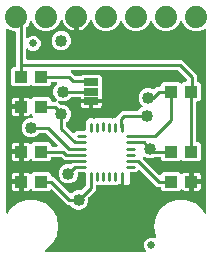
<source format=gbr>
G04 EAGLE Gerber RS-274X export*
G75*
%MOMM*%
%FSLAX34Y34*%
%LPD*%
%INTop Copper*%
%IPPOS*%
%AMOC8*
5,1,8,0,0,1.08239X$1,22.5*%
G01*
%ADD10R,1.100000X1.000000*%
%ADD11C,1.879600*%
%ADD12R,1.270000X0.635000*%
%ADD13C,0.279400*%
%ADD14C,0.635000*%
%ADD15C,0.254000*%
%ADD16C,1.016000*%

G36*
X121872Y4069D02*
X121872Y4069D01*
X121901Y4066D01*
X122012Y4089D01*
X122124Y4105D01*
X122151Y4117D01*
X122180Y4122D01*
X122280Y4175D01*
X122383Y4221D01*
X122406Y4240D01*
X122432Y4253D01*
X122514Y4331D01*
X122600Y4404D01*
X122617Y4429D01*
X122638Y4449D01*
X122695Y4547D01*
X122758Y4641D01*
X122767Y4669D01*
X122782Y4694D01*
X122810Y4804D01*
X122844Y4912D01*
X122845Y4942D01*
X122852Y4970D01*
X122848Y5083D01*
X122851Y5196D01*
X122844Y5225D01*
X122843Y5254D01*
X122808Y5362D01*
X122779Y5471D01*
X122764Y5497D01*
X122755Y5525D01*
X122710Y5589D01*
X122634Y5716D01*
X122588Y5759D01*
X122560Y5798D01*
X121978Y6381D01*
X121030Y8668D01*
X121030Y11144D01*
X121978Y13432D01*
X123728Y15182D01*
X126016Y16130D01*
X128492Y16130D01*
X129877Y15556D01*
X129970Y15532D01*
X130060Y15500D01*
X130107Y15497D01*
X130152Y15485D01*
X130248Y15488D01*
X130343Y15482D01*
X130389Y15492D01*
X130437Y15493D01*
X130527Y15522D01*
X130621Y15543D01*
X130662Y15565D01*
X130707Y15580D01*
X130787Y15633D01*
X130871Y15679D01*
X130904Y15712D01*
X130943Y15738D01*
X131005Y15811D01*
X131073Y15878D01*
X131096Y15920D01*
X131126Y15956D01*
X131165Y16043D01*
X131212Y16126D01*
X131223Y16172D01*
X131242Y16215D01*
X131255Y16310D01*
X131277Y16403D01*
X131274Y16450D01*
X131281Y16497D01*
X131267Y16592D01*
X131262Y16687D01*
X131248Y16726D01*
X131240Y16778D01*
X131171Y16932D01*
X131145Y17002D01*
X130829Y17549D01*
X129445Y25400D01*
X130829Y33251D01*
X134815Y40155D01*
X140922Y45280D01*
X148414Y48007D01*
X156386Y48007D01*
X163878Y45280D01*
X169985Y40156D01*
X171841Y36941D01*
X171853Y36926D01*
X171861Y36908D01*
X171940Y36814D01*
X172016Y36717D01*
X172032Y36706D01*
X172045Y36691D01*
X172147Y36622D01*
X172246Y36551D01*
X172265Y36544D01*
X172281Y36533D01*
X172399Y36496D01*
X172514Y36454D01*
X172534Y36453D01*
X172552Y36447D01*
X172675Y36444D01*
X172798Y36436D01*
X172817Y36441D01*
X172836Y36440D01*
X172955Y36471D01*
X173075Y36498D01*
X173093Y36507D01*
X173111Y36512D01*
X173217Y36574D01*
X173325Y36633D01*
X173339Y36647D01*
X173356Y36657D01*
X173440Y36747D01*
X173527Y36833D01*
X173537Y36850D01*
X173550Y36864D01*
X173606Y36974D01*
X173666Y37081D01*
X173671Y37100D01*
X173680Y37118D01*
X173692Y37190D01*
X173731Y37358D01*
X173729Y37409D01*
X173735Y37449D01*
X173735Y191785D01*
X173719Y191899D01*
X173709Y192013D01*
X173699Y192039D01*
X173695Y192067D01*
X173648Y192172D01*
X173607Y192279D01*
X173591Y192301D01*
X173579Y192326D01*
X173505Y192414D01*
X173436Y192505D01*
X173413Y192522D01*
X173396Y192543D01*
X173300Y192607D01*
X173208Y192676D01*
X173182Y192685D01*
X173159Y192701D01*
X173049Y192735D01*
X172942Y192776D01*
X172914Y192778D01*
X172888Y192786D01*
X172773Y192789D01*
X172659Y192799D01*
X172634Y192793D01*
X172604Y192794D01*
X172347Y192727D01*
X172331Y192723D01*
X167576Y190753D01*
X162624Y190753D01*
X158049Y192648D01*
X154548Y196149D01*
X153338Y199071D01*
X153323Y199096D01*
X153314Y199124D01*
X153251Y199219D01*
X153193Y199316D01*
X153172Y199336D01*
X153156Y199361D01*
X153069Y199434D01*
X152987Y199511D01*
X152961Y199525D01*
X152938Y199544D01*
X152835Y199590D01*
X152734Y199641D01*
X152705Y199647D01*
X152678Y199659D01*
X152566Y199675D01*
X152455Y199696D01*
X152426Y199694D01*
X152397Y199698D01*
X152285Y199682D01*
X152172Y199672D01*
X152145Y199661D01*
X152115Y199657D01*
X152012Y199611D01*
X151907Y199570D01*
X151883Y199552D01*
X151856Y199540D01*
X151770Y199467D01*
X151680Y199398D01*
X151662Y199375D01*
X151640Y199356D01*
X151598Y199289D01*
X151510Y199171D01*
X151488Y199112D01*
X151462Y199071D01*
X150252Y196149D01*
X146751Y192648D01*
X142176Y190753D01*
X137224Y190753D01*
X132649Y192648D01*
X129148Y196149D01*
X127938Y199071D01*
X127923Y199096D01*
X127914Y199124D01*
X127851Y199219D01*
X127793Y199316D01*
X127772Y199336D01*
X127756Y199361D01*
X127669Y199434D01*
X127587Y199511D01*
X127561Y199525D01*
X127538Y199544D01*
X127435Y199590D01*
X127334Y199641D01*
X127305Y199647D01*
X127278Y199659D01*
X127166Y199675D01*
X127055Y199696D01*
X127026Y199694D01*
X126997Y199698D01*
X126885Y199682D01*
X126772Y199672D01*
X126745Y199661D01*
X126715Y199657D01*
X126612Y199611D01*
X126507Y199570D01*
X126483Y199552D01*
X126456Y199540D01*
X126370Y199467D01*
X126280Y199398D01*
X126262Y199375D01*
X126240Y199356D01*
X126198Y199289D01*
X126110Y199171D01*
X126088Y199112D01*
X126062Y199071D01*
X124852Y196149D01*
X121351Y192648D01*
X116776Y190753D01*
X111824Y190753D01*
X107249Y192648D01*
X103748Y196149D01*
X102538Y199071D01*
X102523Y199096D01*
X102514Y199124D01*
X102451Y199219D01*
X102393Y199316D01*
X102372Y199336D01*
X102356Y199361D01*
X102269Y199434D01*
X102187Y199511D01*
X102161Y199525D01*
X102138Y199544D01*
X102035Y199590D01*
X101934Y199641D01*
X101905Y199647D01*
X101878Y199659D01*
X101766Y199675D01*
X101655Y199696D01*
X101626Y199694D01*
X101597Y199698D01*
X101485Y199682D01*
X101372Y199672D01*
X101345Y199661D01*
X101315Y199657D01*
X101212Y199611D01*
X101107Y199570D01*
X101083Y199552D01*
X101056Y199540D01*
X100970Y199467D01*
X100880Y199398D01*
X100862Y199375D01*
X100840Y199356D01*
X100798Y199289D01*
X100710Y199171D01*
X100688Y199112D01*
X100662Y199071D01*
X99452Y196149D01*
X95951Y192648D01*
X91376Y190753D01*
X86424Y190753D01*
X81849Y192648D01*
X78348Y196149D01*
X76831Y199811D01*
X76796Y199871D01*
X76770Y199935D01*
X76724Y199993D01*
X76687Y200056D01*
X76637Y200104D01*
X76594Y200158D01*
X76534Y200201D01*
X76480Y200251D01*
X76419Y200283D01*
X76362Y200323D01*
X76293Y200348D01*
X76227Y200382D01*
X76160Y200395D01*
X76094Y200418D01*
X76021Y200422D01*
X75948Y200437D01*
X75880Y200431D01*
X75811Y200435D01*
X75739Y200419D01*
X75665Y200412D01*
X75601Y200387D01*
X75533Y200372D01*
X75469Y200337D01*
X75400Y200310D01*
X75345Y200269D01*
X75284Y200235D01*
X75232Y200183D01*
X75173Y200139D01*
X75132Y200083D01*
X75083Y200034D01*
X75054Y199979D01*
X75003Y199911D01*
X74962Y199803D01*
X74928Y199737D01*
X74564Y198617D01*
X73711Y196943D01*
X72606Y195422D01*
X71278Y194094D01*
X69757Y192989D01*
X68083Y192136D01*
X66296Y191555D01*
X65531Y191434D01*
X65531Y202184D01*
X65523Y202242D01*
X65525Y202300D01*
X65503Y202382D01*
X65491Y202465D01*
X65467Y202519D01*
X65453Y202575D01*
X65410Y202648D01*
X65375Y202725D01*
X65337Y202769D01*
X65307Y202820D01*
X65246Y202877D01*
X65191Y202942D01*
X65143Y202974D01*
X65100Y203014D01*
X65025Y203053D01*
X64955Y203099D01*
X64899Y203117D01*
X64847Y203144D01*
X64779Y203155D01*
X64684Y203185D01*
X64584Y203188D01*
X64516Y203199D01*
X62484Y203199D01*
X62426Y203191D01*
X62368Y203192D01*
X62286Y203171D01*
X62203Y203159D01*
X62149Y203135D01*
X62093Y203121D01*
X62020Y203078D01*
X61943Y203043D01*
X61898Y203005D01*
X61848Y202975D01*
X61790Y202914D01*
X61726Y202859D01*
X61694Y202811D01*
X61654Y202768D01*
X61615Y202693D01*
X61569Y202623D01*
X61551Y202567D01*
X61524Y202515D01*
X61513Y202447D01*
X61483Y202352D01*
X61480Y202252D01*
X61469Y202184D01*
X61469Y191434D01*
X60704Y191555D01*
X58917Y192136D01*
X57243Y192989D01*
X55722Y194094D01*
X54394Y195422D01*
X53289Y196943D01*
X52436Y198617D01*
X52072Y199737D01*
X52042Y199799D01*
X52021Y199865D01*
X51980Y199926D01*
X51947Y199992D01*
X51901Y200043D01*
X51862Y200101D01*
X51806Y200148D01*
X51757Y200203D01*
X51698Y200239D01*
X51645Y200284D01*
X51578Y200314D01*
X51515Y200353D01*
X51448Y200371D01*
X51385Y200399D01*
X51312Y200409D01*
X51241Y200429D01*
X51172Y200429D01*
X51103Y200438D01*
X51031Y200428D01*
X50957Y200427D01*
X50890Y200407D01*
X50822Y200398D01*
X50755Y200367D01*
X50684Y200346D01*
X50626Y200309D01*
X50563Y200280D01*
X50507Y200233D01*
X50445Y200193D01*
X50399Y200141D01*
X50347Y200096D01*
X50314Y200043D01*
X50257Y199979D01*
X50208Y199875D01*
X50169Y199811D01*
X48652Y196149D01*
X45151Y192648D01*
X40576Y190753D01*
X35624Y190753D01*
X31049Y192648D01*
X27548Y196149D01*
X26338Y199071D01*
X26323Y199096D01*
X26314Y199124D01*
X26251Y199219D01*
X26193Y199316D01*
X26172Y199336D01*
X26156Y199361D01*
X26069Y199434D01*
X25987Y199511D01*
X25961Y199525D01*
X25938Y199544D01*
X25835Y199590D01*
X25734Y199641D01*
X25705Y199647D01*
X25678Y199659D01*
X25566Y199675D01*
X25455Y199696D01*
X25426Y199694D01*
X25397Y199698D01*
X25285Y199682D01*
X25172Y199672D01*
X25145Y199661D01*
X25115Y199657D01*
X25012Y199611D01*
X24907Y199570D01*
X24883Y199552D01*
X24856Y199540D01*
X24770Y199467D01*
X24680Y199398D01*
X24662Y199375D01*
X24640Y199356D01*
X24598Y199289D01*
X24510Y199171D01*
X24488Y199112D01*
X24462Y199071D01*
X23252Y196149D01*
X21516Y194414D01*
X21464Y194344D01*
X21404Y194280D01*
X21378Y194231D01*
X21345Y194187D01*
X21314Y194105D01*
X21274Y194027D01*
X21266Y193979D01*
X21244Y193921D01*
X21232Y193773D01*
X21219Y193696D01*
X21219Y185887D01*
X21223Y185858D01*
X21220Y185829D01*
X21243Y185718D01*
X21259Y185606D01*
X21271Y185579D01*
X21276Y185550D01*
X21329Y185450D01*
X21375Y185347D01*
X21394Y185324D01*
X21407Y185298D01*
X21485Y185216D01*
X21558Y185130D01*
X21583Y185113D01*
X21603Y185092D01*
X21701Y185035D01*
X21795Y184972D01*
X21823Y184963D01*
X21848Y184948D01*
X21958Y184920D01*
X22066Y184886D01*
X22096Y184885D01*
X22124Y184878D01*
X22237Y184882D01*
X22350Y184879D01*
X22379Y184886D01*
X22408Y184887D01*
X22516Y184922D01*
X22625Y184951D01*
X22651Y184966D01*
X22679Y184975D01*
X22743Y185020D01*
X22870Y185096D01*
X22913Y185142D01*
X22952Y185170D01*
X23653Y185870D01*
X25940Y186818D01*
X28416Y186818D01*
X30704Y185870D01*
X32454Y184120D01*
X33402Y181832D01*
X33402Y179356D01*
X32454Y177068D01*
X30704Y175318D01*
X28416Y174370D01*
X25940Y174370D01*
X23653Y175318D01*
X22952Y176018D01*
X22928Y176036D01*
X22909Y176058D01*
X22815Y176121D01*
X22725Y176189D01*
X22697Y176200D01*
X22673Y176216D01*
X22565Y176250D01*
X22459Y176291D01*
X22430Y176293D01*
X22402Y176302D01*
X22288Y176305D01*
X22176Y176314D01*
X22147Y176308D01*
X22118Y176309D01*
X22008Y176281D01*
X21897Y176258D01*
X21871Y176245D01*
X21843Y176237D01*
X21745Y176180D01*
X21645Y176127D01*
X21623Y176107D01*
X21598Y176092D01*
X21521Y176009D01*
X21439Y175931D01*
X21424Y175906D01*
X21404Y175885D01*
X21352Y175784D01*
X21295Y175686D01*
X21288Y175658D01*
X21274Y175632D01*
X21261Y175554D01*
X21225Y175411D01*
X21227Y175348D01*
X21219Y175301D01*
X21219Y167894D01*
X21227Y167836D01*
X21225Y167778D01*
X21247Y167696D01*
X21259Y167612D01*
X21282Y167559D01*
X21297Y167503D01*
X21340Y167430D01*
X21375Y167353D01*
X21413Y167308D01*
X21442Y167258D01*
X21504Y167200D01*
X21558Y167136D01*
X21607Y167104D01*
X21650Y167064D01*
X21725Y167025D01*
X21795Y166978D01*
X21851Y166961D01*
X21903Y166934D01*
X21971Y166923D01*
X22066Y166893D01*
X22166Y166890D01*
X22234Y166879D01*
X152919Y166879D01*
X155746Y164052D01*
X162782Y157016D01*
X165609Y154189D01*
X165609Y148764D01*
X165617Y148706D01*
X165615Y148648D01*
X165637Y148566D01*
X165649Y148482D01*
X165672Y148429D01*
X165687Y148373D01*
X165730Y148300D01*
X165765Y148223D01*
X165803Y148178D01*
X165832Y148128D01*
X165894Y148070D01*
X165948Y148006D01*
X165997Y147974D01*
X166040Y147934D01*
X166115Y147895D01*
X166185Y147848D01*
X166241Y147831D01*
X166293Y147804D01*
X166361Y147793D01*
X166456Y147763D01*
X166556Y147760D01*
X166624Y147749D01*
X167663Y147749D01*
X169449Y145963D01*
X169449Y133437D01*
X167663Y131651D01*
X166234Y131651D01*
X166176Y131643D01*
X166118Y131645D01*
X166036Y131623D01*
X165952Y131611D01*
X165899Y131588D01*
X165843Y131573D01*
X165770Y131530D01*
X165693Y131495D01*
X165648Y131457D01*
X165598Y131428D01*
X165540Y131366D01*
X165476Y131312D01*
X165444Y131263D01*
X165404Y131220D01*
X165365Y131145D01*
X165318Y131075D01*
X165301Y131019D01*
X165274Y130967D01*
X165263Y130899D01*
X165233Y130804D01*
X165230Y130704D01*
X165219Y130636D01*
X165219Y97964D01*
X165227Y97906D01*
X165225Y97848D01*
X165247Y97766D01*
X165259Y97682D01*
X165282Y97629D01*
X165297Y97573D01*
X165340Y97500D01*
X165375Y97423D01*
X165413Y97378D01*
X165442Y97328D01*
X165504Y97270D01*
X165558Y97206D01*
X165607Y97174D01*
X165650Y97134D01*
X165725Y97095D01*
X165795Y97048D01*
X165851Y97031D01*
X165903Y97004D01*
X165971Y96993D01*
X166066Y96963D01*
X166166Y96960D01*
X166234Y96949D01*
X167663Y96949D01*
X169449Y95163D01*
X169449Y82637D01*
X167663Y80851D01*
X154137Y80851D01*
X153118Y81871D01*
X153071Y81906D01*
X153031Y81948D01*
X152958Y81991D01*
X152891Y82041D01*
X152836Y82062D01*
X152786Y82092D01*
X152704Y82113D01*
X152625Y82143D01*
X152567Y82148D01*
X152510Y82162D01*
X152426Y82159D01*
X152342Y82166D01*
X152284Y82155D01*
X152226Y82153D01*
X152146Y82127D01*
X152063Y82110D01*
X152011Y82083D01*
X151955Y82065D01*
X151899Y82025D01*
X151811Y81979D01*
X151738Y81911D01*
X151682Y81871D01*
X150663Y80851D01*
X137137Y80851D01*
X135351Y82637D01*
X135351Y83566D01*
X135343Y83624D01*
X135345Y83682D01*
X135323Y83764D01*
X135311Y83848D01*
X135288Y83901D01*
X135273Y83957D01*
X135230Y84030D01*
X135195Y84107D01*
X135157Y84152D01*
X135128Y84202D01*
X135066Y84260D01*
X135012Y84324D01*
X134963Y84356D01*
X134920Y84396D01*
X134845Y84435D01*
X134775Y84482D01*
X134719Y84499D01*
X134667Y84526D01*
X134599Y84537D01*
X134504Y84567D01*
X134404Y84570D01*
X134336Y84581D01*
X130615Y84581D01*
X130584Y84577D01*
X130553Y84579D01*
X130477Y84562D01*
X130333Y84541D01*
X130275Y84515D01*
X130226Y84504D01*
X127347Y83311D01*
X124113Y83311D01*
X121203Y84517D01*
X121120Y84538D01*
X121040Y84569D01*
X120983Y84573D01*
X120928Y84587D01*
X120842Y84585D01*
X120757Y84592D01*
X120701Y84581D01*
X120644Y84579D01*
X120562Y84553D01*
X120478Y84536D01*
X120427Y84510D01*
X120373Y84493D01*
X120302Y84445D01*
X120225Y84405D01*
X120184Y84366D01*
X120137Y84334D01*
X120082Y84269D01*
X120019Y84209D01*
X119991Y84160D01*
X119954Y84117D01*
X119919Y84038D01*
X119876Y83964D01*
X119862Y83909D01*
X119838Y83857D01*
X119827Y83772D01*
X119806Y83689D01*
X119807Y83632D01*
X119800Y83575D01*
X119812Y83490D01*
X119815Y83405D01*
X119832Y83350D01*
X119840Y83294D01*
X119876Y83216D01*
X119902Y83134D01*
X119931Y83094D01*
X119957Y83035D01*
X120051Y82925D01*
X120097Y82861D01*
X133618Y69339D01*
X133642Y69322D01*
X133661Y69299D01*
X133755Y69237D01*
X133845Y69169D01*
X133873Y69158D01*
X133897Y69142D01*
X134005Y69108D01*
X134111Y69067D01*
X134140Y69065D01*
X134168Y69056D01*
X134282Y69053D01*
X134394Y69044D01*
X134423Y69050D01*
X134452Y69049D01*
X134562Y69077D01*
X134673Y69100D01*
X134699Y69113D01*
X134727Y69121D01*
X134825Y69178D01*
X134925Y69231D01*
X134947Y69251D01*
X134972Y69266D01*
X135049Y69348D01*
X135131Y69426D01*
X135146Y69452D01*
X135166Y69473D01*
X135218Y69574D01*
X135275Y69672D01*
X135280Y69692D01*
X137137Y71549D01*
X150663Y71549D01*
X152041Y70170D01*
X152088Y70135D01*
X152128Y70093D01*
X152201Y70050D01*
X152268Y69999D01*
X152323Y69978D01*
X152374Y69949D01*
X152455Y69928D01*
X152534Y69898D01*
X152593Y69893D01*
X152649Y69879D01*
X152733Y69882D01*
X152817Y69875D01*
X152875Y69886D01*
X152933Y69888D01*
X153013Y69914D01*
X153096Y69930D01*
X153148Y69957D01*
X153204Y69975D01*
X153260Y70015D01*
X153349Y70061D01*
X153421Y70130D01*
X153477Y70170D01*
X153840Y70533D01*
X154419Y70868D01*
X155066Y71041D01*
X158869Y71041D01*
X158869Y64516D01*
X158877Y64458D01*
X158875Y64400D01*
X158897Y64318D01*
X158909Y64235D01*
X158933Y64181D01*
X158947Y64125D01*
X158990Y64052D01*
X159025Y63975D01*
X159063Y63931D01*
X159093Y63880D01*
X159154Y63823D01*
X159209Y63758D01*
X159257Y63726D01*
X159300Y63686D01*
X159375Y63647D01*
X159445Y63601D01*
X159501Y63583D01*
X159553Y63556D01*
X159621Y63545D01*
X159716Y63515D01*
X159816Y63512D01*
X159884Y63501D01*
X160901Y63501D01*
X160901Y63499D01*
X159884Y63499D01*
X159826Y63491D01*
X159768Y63492D01*
X159686Y63471D01*
X159603Y63459D01*
X159549Y63435D01*
X159493Y63421D01*
X159420Y63378D01*
X159343Y63343D01*
X159298Y63305D01*
X159248Y63275D01*
X159190Y63214D01*
X159126Y63159D01*
X159094Y63111D01*
X159054Y63068D01*
X159015Y62993D01*
X158969Y62923D01*
X158951Y62867D01*
X158924Y62815D01*
X158913Y62747D01*
X158883Y62652D01*
X158880Y62552D01*
X158869Y62484D01*
X158869Y55959D01*
X155066Y55959D01*
X154419Y56132D01*
X153840Y56467D01*
X153477Y56830D01*
X153430Y56865D01*
X153390Y56907D01*
X153317Y56950D01*
X153250Y57001D01*
X153195Y57022D01*
X153145Y57051D01*
X153063Y57072D01*
X152984Y57102D01*
X152926Y57107D01*
X152869Y57121D01*
X152785Y57118D01*
X152701Y57125D01*
X152644Y57114D01*
X152585Y57112D01*
X152505Y57086D01*
X152422Y57070D01*
X152370Y57043D01*
X152315Y57025D01*
X152258Y56984D01*
X152170Y56939D01*
X152098Y56870D01*
X152041Y56830D01*
X150663Y55451D01*
X137137Y55451D01*
X135351Y57237D01*
X135351Y58166D01*
X135343Y58224D01*
X135345Y58282D01*
X135323Y58364D01*
X135311Y58448D01*
X135288Y58501D01*
X135273Y58557D01*
X135230Y58630D01*
X135195Y58707D01*
X135157Y58752D01*
X135128Y58802D01*
X135066Y58860D01*
X135012Y58924D01*
X134963Y58956D01*
X134920Y58996D01*
X134845Y59035D01*
X134775Y59082D01*
X134719Y59099D01*
X134667Y59126D01*
X134599Y59137D01*
X134504Y59167D01*
X134404Y59170D01*
X134336Y59181D01*
X131561Y59181D01*
X128734Y62008D01*
X117642Y73101D01*
X117595Y73136D01*
X117555Y73178D01*
X117482Y73221D01*
X117415Y73272D01*
X117360Y73292D01*
X117309Y73322D01*
X117228Y73343D01*
X117149Y73373D01*
X117090Y73378D01*
X117034Y73392D01*
X116950Y73389D01*
X116866Y73396D01*
X116808Y73385D01*
X116750Y73383D01*
X116669Y73357D01*
X116587Y73341D01*
X116535Y73314D01*
X116479Y73296D01*
X116423Y73255D01*
X116334Y73210D01*
X116262Y73141D01*
X116206Y73101D01*
X114551Y71446D01*
X109982Y71446D01*
X109924Y71438D01*
X109866Y71440D01*
X109784Y71418D01*
X109700Y71406D01*
X109647Y71383D01*
X109591Y71368D01*
X109518Y71325D01*
X109441Y71290D01*
X109396Y71252D01*
X109346Y71223D01*
X109288Y71161D01*
X109224Y71107D01*
X109192Y71058D01*
X109152Y71015D01*
X109113Y70940D01*
X109066Y70870D01*
X109049Y70814D01*
X109022Y70762D01*
X109011Y70694D01*
X108981Y70599D01*
X108978Y70499D01*
X108967Y70431D01*
X108967Y62745D01*
X107181Y60959D01*
X102094Y60959D01*
X102086Y60967D01*
X102036Y60993D01*
X101992Y61026D01*
X101911Y61057D01*
X101833Y61097D01*
X101785Y61105D01*
X101727Y61127D01*
X101579Y61139D01*
X101502Y61152D01*
X101390Y61152D01*
X100388Y61421D01*
X100355Y61440D01*
X100292Y61465D01*
X100233Y61500D01*
X100161Y61518D01*
X100092Y61546D01*
X100024Y61553D01*
X99958Y61570D01*
X99883Y61567D01*
X99809Y61575D01*
X99742Y61563D01*
X99673Y61561D01*
X99602Y61538D01*
X99529Y61524D01*
X99468Y61494D01*
X99403Y61473D01*
X99352Y61437D01*
X99274Y61398D01*
X99190Y61321D01*
X99130Y61278D01*
X98496Y60644D01*
X94812Y60644D01*
X94745Y60712D01*
X94698Y60747D01*
X94658Y60789D01*
X94585Y60832D01*
X94518Y60883D01*
X94463Y60904D01*
X94413Y60933D01*
X94331Y60954D01*
X94252Y60984D01*
X94194Y60989D01*
X94137Y61003D01*
X94053Y61001D01*
X93969Y61008D01*
X93911Y60996D01*
X93853Y60994D01*
X93773Y60968D01*
X93690Y60952D01*
X93638Y60925D01*
X93582Y60907D01*
X93526Y60867D01*
X93438Y60821D01*
X93365Y60752D01*
X93309Y60712D01*
X93241Y60644D01*
X89548Y60644D01*
X89531Y60662D01*
X89458Y60705D01*
X89391Y60756D01*
X89336Y60777D01*
X89286Y60806D01*
X89204Y60827D01*
X89125Y60857D01*
X89067Y60862D01*
X89010Y60876D01*
X88926Y60874D01*
X88842Y60881D01*
X88784Y60869D01*
X88726Y60867D01*
X88646Y60841D01*
X88563Y60825D01*
X88511Y60798D01*
X88455Y60780D01*
X88399Y60740D01*
X88311Y60694D01*
X88259Y60644D01*
X84558Y60644D01*
X84491Y60712D01*
X84444Y60747D01*
X84404Y60789D01*
X84331Y60832D01*
X84264Y60883D01*
X84209Y60904D01*
X84159Y60933D01*
X84077Y60954D01*
X83998Y60984D01*
X83940Y60989D01*
X83883Y61003D01*
X83799Y61001D01*
X83715Y61008D01*
X83657Y60996D01*
X83599Y60994D01*
X83519Y60968D01*
X83436Y60952D01*
X83384Y60925D01*
X83328Y60907D01*
X83272Y60867D01*
X83184Y60821D01*
X83111Y60752D01*
X83055Y60712D01*
X82987Y60644D01*
X81226Y60644D01*
X81168Y60636D01*
X81110Y60638D01*
X81028Y60616D01*
X80944Y60604D01*
X80891Y60581D01*
X80835Y60566D01*
X80762Y60523D01*
X80685Y60488D01*
X80640Y60450D01*
X80590Y60421D01*
X80532Y60359D01*
X80468Y60305D01*
X80436Y60256D01*
X80396Y60213D01*
X80357Y60138D01*
X80310Y60068D01*
X80293Y60012D01*
X80266Y59960D01*
X80255Y59892D01*
X80225Y59797D01*
X80222Y59697D01*
X80211Y59629D01*
X80211Y56577D01*
X73958Y50324D01*
X73906Y50255D01*
X73846Y50191D01*
X73820Y50141D01*
X73787Y50097D01*
X73756Y50016D01*
X73716Y49938D01*
X73708Y49890D01*
X73686Y49832D01*
X73674Y49684D01*
X73661Y49607D01*
X73661Y46389D01*
X72423Y43401D01*
X70137Y41115D01*
X67149Y39877D01*
X63915Y39877D01*
X60927Y41115D01*
X58604Y43439D01*
X58532Y43559D01*
X58531Y43560D01*
X58530Y43562D01*
X58428Y43657D01*
X58326Y43754D01*
X58324Y43755D01*
X58323Y43756D01*
X58198Y43820D01*
X58073Y43885D01*
X58071Y43885D01*
X58070Y43886D01*
X58055Y43888D01*
X57794Y43940D01*
X57763Y43937D01*
X57739Y43941D01*
X55869Y43941D01*
X53042Y46768D01*
X43229Y56582D01*
X43182Y56617D01*
X43142Y56659D01*
X43069Y56702D01*
X43002Y56752D01*
X42947Y56773D01*
X42897Y56803D01*
X42815Y56824D01*
X42736Y56854D01*
X42678Y56858D01*
X42621Y56873D01*
X42537Y56870D01*
X42453Y56877D01*
X42395Y56866D01*
X42337Y56864D01*
X42257Y56838D01*
X42174Y56821D01*
X42122Y56794D01*
X42066Y56776D01*
X42010Y56736D01*
X41922Y56690D01*
X41849Y56622D01*
X41793Y56582D01*
X40663Y55451D01*
X27137Y55451D01*
X25759Y56830D01*
X25712Y56865D01*
X25672Y56907D01*
X25599Y56950D01*
X25532Y57001D01*
X25477Y57022D01*
X25426Y57051D01*
X25345Y57072D01*
X25266Y57102D01*
X25207Y57107D01*
X25151Y57121D01*
X25067Y57118D01*
X24983Y57125D01*
X24925Y57114D01*
X24867Y57112D01*
X24787Y57086D01*
X24704Y57070D01*
X24652Y57043D01*
X24596Y57025D01*
X24540Y56985D01*
X24451Y56939D01*
X24379Y56870D01*
X24323Y56830D01*
X23960Y56467D01*
X23381Y56132D01*
X22734Y55959D01*
X18931Y55959D01*
X18931Y62484D01*
X18923Y62542D01*
X18924Y62600D01*
X18903Y62682D01*
X18891Y62765D01*
X18867Y62819D01*
X18853Y62875D01*
X18810Y62948D01*
X18775Y63025D01*
X18737Y63069D01*
X18707Y63120D01*
X18646Y63177D01*
X18591Y63242D01*
X18543Y63274D01*
X18500Y63314D01*
X18425Y63353D01*
X18355Y63399D01*
X18299Y63417D01*
X18247Y63444D01*
X18179Y63455D01*
X18084Y63485D01*
X17984Y63488D01*
X17916Y63499D01*
X16899Y63499D01*
X16899Y63501D01*
X17916Y63501D01*
X17974Y63509D01*
X18032Y63508D01*
X18114Y63529D01*
X18197Y63541D01*
X18251Y63565D01*
X18307Y63579D01*
X18380Y63622D01*
X18457Y63657D01*
X18501Y63695D01*
X18552Y63725D01*
X18609Y63786D01*
X18674Y63841D01*
X18706Y63889D01*
X18746Y63932D01*
X18785Y64007D01*
X18831Y64077D01*
X18849Y64133D01*
X18876Y64185D01*
X18887Y64253D01*
X18917Y64348D01*
X18920Y64448D01*
X18931Y64516D01*
X18931Y71041D01*
X22734Y71041D01*
X23381Y70868D01*
X23960Y70533D01*
X24323Y70170D01*
X24370Y70135D01*
X24410Y70093D01*
X24483Y70050D01*
X24550Y69999D01*
X24605Y69978D01*
X24655Y69949D01*
X24737Y69928D01*
X24816Y69898D01*
X24874Y69893D01*
X24931Y69879D01*
X25015Y69882D01*
X25099Y69875D01*
X25156Y69886D01*
X25215Y69888D01*
X25295Y69914D01*
X25378Y69930D01*
X25430Y69957D01*
X25485Y69975D01*
X25542Y70016D01*
X25630Y70061D01*
X25702Y70130D01*
X25759Y70170D01*
X27137Y71549D01*
X40663Y71549D01*
X42449Y69763D01*
X42449Y68834D01*
X42457Y68776D01*
X42455Y68718D01*
X42477Y68636D01*
X42489Y68552D01*
X42512Y68499D01*
X42527Y68443D01*
X42570Y68370D01*
X42605Y68293D01*
X42643Y68248D01*
X42672Y68198D01*
X42734Y68140D01*
X42788Y68076D01*
X42837Y68044D01*
X42880Y68004D01*
X42955Y67965D01*
X43025Y67918D01*
X43081Y67901D01*
X43133Y67874D01*
X43201Y67863D01*
X43296Y67833D01*
X43396Y67830D01*
X43464Y67819D01*
X44207Y67819D01*
X58310Y53716D01*
X58357Y53680D01*
X58397Y53638D01*
X58470Y53595D01*
X58537Y53545D01*
X58592Y53524D01*
X58642Y53494D01*
X58724Y53474D01*
X58803Y53443D01*
X58861Y53439D01*
X58918Y53424D01*
X59002Y53427D01*
X59086Y53420D01*
X59143Y53431D01*
X59202Y53433D01*
X59282Y53459D01*
X59365Y53476D01*
X59417Y53503D01*
X59472Y53521D01*
X59529Y53561D01*
X59617Y53607D01*
X59690Y53675D01*
X59746Y53716D01*
X60927Y54897D01*
X63915Y56135D01*
X67133Y56135D01*
X67219Y56147D01*
X67307Y56150D01*
X67359Y56167D01*
X67414Y56175D01*
X67494Y56210D01*
X67577Y56237D01*
X67616Y56265D01*
X67673Y56291D01*
X67787Y56387D01*
X67850Y56432D01*
X71276Y59858D01*
X71328Y59927D01*
X71388Y59991D01*
X71414Y60041D01*
X71447Y60085D01*
X71478Y60166D01*
X71518Y60244D01*
X71526Y60292D01*
X71548Y60350D01*
X71560Y60498D01*
X71573Y60575D01*
X71573Y62701D01*
X71561Y62788D01*
X71558Y62875D01*
X71541Y62928D01*
X71533Y62982D01*
X71498Y63062D01*
X71471Y63146D01*
X71446Y63180D01*
X71446Y70431D01*
X71438Y70489D01*
X71440Y70547D01*
X71418Y70629D01*
X71406Y70713D01*
X71383Y70766D01*
X71368Y70822D01*
X71325Y70895D01*
X71290Y70972D01*
X71252Y71017D01*
X71223Y71067D01*
X71161Y71125D01*
X71107Y71189D01*
X71058Y71221D01*
X71015Y71261D01*
X70940Y71300D01*
X70870Y71347D01*
X70814Y71364D01*
X70762Y71391D01*
X70694Y71402D01*
X70599Y71432D01*
X70499Y71435D01*
X70431Y71446D01*
X66040Y71446D01*
X65982Y71438D01*
X65924Y71440D01*
X65842Y71418D01*
X65758Y71406D01*
X65705Y71383D01*
X65649Y71368D01*
X65576Y71325D01*
X65499Y71290D01*
X65454Y71252D01*
X65404Y71223D01*
X65346Y71161D01*
X65282Y71107D01*
X65250Y71058D01*
X65210Y71015D01*
X65171Y70940D01*
X65124Y70870D01*
X65107Y70814D01*
X65080Y70762D01*
X65069Y70694D01*
X65039Y70599D01*
X65036Y70499D01*
X65025Y70431D01*
X65025Y68741D01*
X63787Y65753D01*
X61501Y63467D01*
X58513Y62229D01*
X55279Y62229D01*
X52291Y63467D01*
X50005Y65753D01*
X48767Y68741D01*
X48767Y71975D01*
X50005Y74963D01*
X52291Y77249D01*
X55279Y78487D01*
X58497Y78487D01*
X58583Y78499D01*
X58671Y78502D01*
X58723Y78519D01*
X58778Y78527D01*
X58858Y78562D01*
X58941Y78589D01*
X58980Y78617D01*
X59037Y78643D01*
X59151Y78739D01*
X59214Y78784D01*
X60739Y80308D01*
X60756Y80332D01*
X60779Y80351D01*
X60841Y80445D01*
X60909Y80535D01*
X60920Y80563D01*
X60936Y80587D01*
X60970Y80695D01*
X61011Y80801D01*
X61013Y80830D01*
X61022Y80858D01*
X61025Y80972D01*
X61034Y81084D01*
X61028Y81113D01*
X61029Y81142D01*
X61001Y81252D01*
X60978Y81363D01*
X60965Y81389D01*
X60957Y81417D01*
X60900Y81515D01*
X60847Y81615D01*
X60827Y81637D01*
X60812Y81662D01*
X60730Y81739D01*
X60652Y81821D01*
X60626Y81836D01*
X60605Y81856D01*
X60504Y81908D01*
X60406Y81965D01*
X60378Y81972D01*
X60352Y81986D01*
X60274Y81999D01*
X60131Y82035D01*
X60068Y82033D01*
X60021Y82041D01*
X53329Y82041D01*
X51086Y84284D01*
X51017Y84336D01*
X50953Y84396D01*
X50903Y84422D01*
X50859Y84455D01*
X50778Y84486D01*
X50700Y84526D01*
X50652Y84534D01*
X50594Y84556D01*
X50446Y84568D01*
X50369Y84581D01*
X43464Y84581D01*
X43406Y84573D01*
X43348Y84575D01*
X43266Y84553D01*
X43182Y84541D01*
X43129Y84518D01*
X43073Y84503D01*
X43000Y84460D01*
X42923Y84425D01*
X42878Y84387D01*
X42828Y84358D01*
X42770Y84296D01*
X42706Y84242D01*
X42674Y84193D01*
X42634Y84150D01*
X42595Y84075D01*
X42548Y84005D01*
X42531Y83949D01*
X42504Y83897D01*
X42493Y83829D01*
X42463Y83734D01*
X42460Y83634D01*
X42449Y83566D01*
X42449Y82637D01*
X40663Y80851D01*
X27137Y80851D01*
X25759Y82230D01*
X25712Y82265D01*
X25672Y82307D01*
X25599Y82350D01*
X25532Y82401D01*
X25477Y82422D01*
X25426Y82451D01*
X25345Y82472D01*
X25266Y82502D01*
X25207Y82507D01*
X25151Y82521D01*
X25067Y82518D01*
X24983Y82525D01*
X24925Y82514D01*
X24867Y82512D01*
X24787Y82486D01*
X24704Y82470D01*
X24652Y82443D01*
X24596Y82425D01*
X24540Y82385D01*
X24451Y82339D01*
X24379Y82270D01*
X24323Y82230D01*
X23960Y81867D01*
X23381Y81532D01*
X22734Y81359D01*
X18931Y81359D01*
X18931Y87884D01*
X18923Y87942D01*
X18924Y88000D01*
X18903Y88082D01*
X18891Y88165D01*
X18867Y88219D01*
X18853Y88275D01*
X18810Y88348D01*
X18775Y88425D01*
X18737Y88469D01*
X18707Y88520D01*
X18646Y88577D01*
X18591Y88642D01*
X18543Y88674D01*
X18500Y88714D01*
X18425Y88753D01*
X18355Y88799D01*
X18299Y88817D01*
X18247Y88844D01*
X18179Y88855D01*
X18084Y88885D01*
X17984Y88888D01*
X17916Y88899D01*
X16899Y88899D01*
X16899Y88901D01*
X17916Y88901D01*
X17974Y88909D01*
X18032Y88908D01*
X18114Y88929D01*
X18197Y88941D01*
X18251Y88965D01*
X18307Y88979D01*
X18380Y89022D01*
X18457Y89057D01*
X18501Y89095D01*
X18552Y89125D01*
X18609Y89186D01*
X18674Y89241D01*
X18706Y89289D01*
X18746Y89332D01*
X18785Y89407D01*
X18831Y89477D01*
X18849Y89533D01*
X18876Y89585D01*
X18887Y89653D01*
X18917Y89748D01*
X18920Y89848D01*
X18931Y89916D01*
X18931Y96441D01*
X22734Y96441D01*
X23381Y96268D01*
X23960Y95933D01*
X24323Y95570D01*
X24370Y95535D01*
X24410Y95493D01*
X24483Y95450D01*
X24550Y95399D01*
X24605Y95378D01*
X24655Y95349D01*
X24737Y95328D01*
X24816Y95298D01*
X24874Y95293D01*
X24931Y95279D01*
X25015Y95282D01*
X25099Y95275D01*
X25156Y95286D01*
X25215Y95288D01*
X25295Y95314D01*
X25378Y95330D01*
X25430Y95357D01*
X25485Y95375D01*
X25542Y95416D01*
X25630Y95461D01*
X25702Y95530D01*
X25759Y95570D01*
X27137Y96949D01*
X40663Y96949D01*
X42449Y95163D01*
X42449Y94234D01*
X42457Y94176D01*
X42455Y94118D01*
X42477Y94036D01*
X42489Y93952D01*
X42512Y93899D01*
X42527Y93843D01*
X42570Y93770D01*
X42605Y93693D01*
X42643Y93648D01*
X42672Y93598D01*
X42734Y93540D01*
X42788Y93476D01*
X42837Y93444D01*
X42880Y93404D01*
X42955Y93365D01*
X43025Y93318D01*
X43081Y93301D01*
X43133Y93274D01*
X43201Y93263D01*
X43296Y93233D01*
X43396Y93230D01*
X43464Y93219D01*
X46813Y93219D01*
X46842Y93223D01*
X46871Y93220D01*
X46982Y93243D01*
X47094Y93259D01*
X47121Y93271D01*
X47150Y93276D01*
X47250Y93328D01*
X47354Y93375D01*
X47376Y93394D01*
X47402Y93407D01*
X47484Y93485D01*
X47571Y93558D01*
X47587Y93583D01*
X47608Y93603D01*
X47665Y93701D01*
X47728Y93795D01*
X47737Y93823D01*
X47752Y93848D01*
X47780Y93958D01*
X47814Y94066D01*
X47815Y94096D01*
X47822Y94124D01*
X47818Y94237D01*
X47821Y94350D01*
X47814Y94379D01*
X47813Y94408D01*
X47778Y94516D01*
X47749Y94625D01*
X47734Y94651D01*
X47725Y94679D01*
X47680Y94742D01*
X47604Y94870D01*
X47559Y94913D01*
X47531Y94952D01*
X37878Y104604D01*
X37809Y104656D01*
X37745Y104716D01*
X37695Y104742D01*
X37651Y104775D01*
X37570Y104806D01*
X37492Y104846D01*
X37444Y104854D01*
X37386Y104876D01*
X37238Y104888D01*
X37161Y104901D01*
X32998Y104901D01*
X32911Y104889D01*
X32824Y104886D01*
X32771Y104869D01*
X32716Y104861D01*
X32636Y104826D01*
X32553Y104799D01*
X32514Y104771D01*
X32457Y104745D01*
X32343Y104649D01*
X32280Y104604D01*
X30005Y102329D01*
X27017Y101091D01*
X23783Y101091D01*
X20795Y102329D01*
X18509Y104615D01*
X17271Y107603D01*
X17271Y110837D01*
X18509Y113825D01*
X20795Y116111D01*
X23783Y117349D01*
X26289Y117349D01*
X26318Y117353D01*
X26347Y117350D01*
X26458Y117373D01*
X26570Y117389D01*
X26597Y117401D01*
X26626Y117406D01*
X26726Y117458D01*
X26830Y117505D01*
X26852Y117524D01*
X26878Y117537D01*
X26960Y117615D01*
X27047Y117688D01*
X27063Y117713D01*
X27084Y117733D01*
X27141Y117831D01*
X27204Y117925D01*
X27213Y117953D01*
X27228Y117978D01*
X27256Y118088D01*
X27290Y118196D01*
X27291Y118226D01*
X27298Y118254D01*
X27294Y118367D01*
X27297Y118480D01*
X27290Y118509D01*
X27289Y118538D01*
X27254Y118646D01*
X27225Y118755D01*
X27210Y118781D01*
X27201Y118809D01*
X27156Y118872D01*
X27080Y119000D01*
X27035Y119043D01*
X27007Y119082D01*
X25759Y120330D01*
X25712Y120365D01*
X25672Y120407D01*
X25599Y120450D01*
X25531Y120501D01*
X25477Y120521D01*
X25426Y120551D01*
X25345Y120572D01*
X25266Y120602D01*
X25207Y120607D01*
X25151Y120621D01*
X25067Y120618D01*
X24983Y120625D01*
X24925Y120614D01*
X24867Y120612D01*
X24787Y120586D01*
X24704Y120570D01*
X24652Y120543D01*
X24596Y120525D01*
X24540Y120485D01*
X24451Y120439D01*
X24379Y120370D01*
X24323Y120330D01*
X23960Y119967D01*
X23381Y119632D01*
X22734Y119459D01*
X18931Y119459D01*
X18931Y125984D01*
X18923Y126042D01*
X18924Y126100D01*
X18903Y126182D01*
X18891Y126265D01*
X18867Y126319D01*
X18853Y126375D01*
X18810Y126448D01*
X18775Y126525D01*
X18737Y126569D01*
X18707Y126620D01*
X18646Y126677D01*
X18591Y126742D01*
X18543Y126774D01*
X18500Y126814D01*
X18425Y126853D01*
X18355Y126899D01*
X18299Y126917D01*
X18247Y126944D01*
X18179Y126955D01*
X18084Y126985D01*
X17984Y126988D01*
X17916Y126999D01*
X16899Y126999D01*
X16899Y127001D01*
X17916Y127001D01*
X17974Y127009D01*
X18032Y127008D01*
X18114Y127029D01*
X18197Y127041D01*
X18251Y127065D01*
X18307Y127079D01*
X18380Y127122D01*
X18457Y127157D01*
X18501Y127195D01*
X18552Y127225D01*
X18609Y127286D01*
X18674Y127341D01*
X18706Y127389D01*
X18746Y127432D01*
X18785Y127507D01*
X18831Y127577D01*
X18849Y127633D01*
X18876Y127685D01*
X18887Y127753D01*
X18917Y127848D01*
X18920Y127948D01*
X18931Y128016D01*
X18931Y134541D01*
X22734Y134541D01*
X23381Y134368D01*
X23960Y134033D01*
X24323Y133670D01*
X24370Y133635D01*
X24410Y133593D01*
X24483Y133550D01*
X24550Y133499D01*
X24605Y133478D01*
X24655Y133449D01*
X24737Y133428D01*
X24816Y133398D01*
X24874Y133393D01*
X24931Y133379D01*
X25015Y133382D01*
X25099Y133375D01*
X25156Y133386D01*
X25215Y133388D01*
X25295Y133414D01*
X25378Y133430D01*
X25430Y133457D01*
X25485Y133475D01*
X25542Y133516D01*
X25630Y133561D01*
X25702Y133630D01*
X25759Y133670D01*
X27137Y135049D01*
X40663Y135049D01*
X42449Y133263D01*
X42449Y132334D01*
X42457Y132276D01*
X42455Y132218D01*
X42477Y132136D01*
X42489Y132052D01*
X42512Y131999D01*
X42527Y131943D01*
X42570Y131870D01*
X42605Y131793D01*
X42643Y131748D01*
X42672Y131698D01*
X42734Y131640D01*
X42788Y131576D01*
X42837Y131544D01*
X42880Y131504D01*
X42955Y131465D01*
X43025Y131418D01*
X43081Y131401D01*
X43133Y131374D01*
X43201Y131363D01*
X43296Y131333D01*
X43396Y131330D01*
X43464Y131319D01*
X46504Y131319D01*
X46534Y131323D01*
X46563Y131320D01*
X46674Y131343D01*
X46786Y131359D01*
X46813Y131371D01*
X46842Y131376D01*
X46942Y131429D01*
X47045Y131475D01*
X47068Y131494D01*
X47094Y131507D01*
X47176Y131585D01*
X47262Y131658D01*
X47279Y131683D01*
X47300Y131703D01*
X47357Y131801D01*
X47420Y131895D01*
X47429Y131923D01*
X47444Y131948D01*
X47471Y132058D01*
X47506Y132166D01*
X47507Y132196D01*
X47514Y132224D01*
X47510Y132337D01*
X47513Y132450D01*
X47506Y132479D01*
X47505Y132508D01*
X47470Y132616D01*
X47441Y132725D01*
X47426Y132751D01*
X47417Y132779D01*
X47372Y132842D01*
X47296Y132970D01*
X47250Y133013D01*
X47222Y133052D01*
X45179Y135095D01*
X43941Y138083D01*
X43941Y141317D01*
X45179Y144305D01*
X47222Y146348D01*
X47240Y146372D01*
X47262Y146391D01*
X47325Y146485D01*
X47393Y146575D01*
X47404Y146603D01*
X47420Y146627D01*
X47454Y146735D01*
X47494Y146841D01*
X47497Y146870D01*
X47506Y146898D01*
X47509Y147012D01*
X47518Y147124D01*
X47512Y147153D01*
X47513Y147182D01*
X47484Y147292D01*
X47462Y147403D01*
X47449Y147429D01*
X47441Y147457D01*
X47383Y147555D01*
X47331Y147655D01*
X47311Y147677D01*
X47296Y147702D01*
X47213Y147779D01*
X47135Y147861D01*
X47110Y147876D01*
X47089Y147896D01*
X46988Y147948D01*
X46890Y148005D01*
X46862Y148012D01*
X46836Y148026D01*
X46758Y148039D01*
X46615Y148075D01*
X46552Y148073D01*
X46504Y148081D01*
X43464Y148081D01*
X43406Y148073D01*
X43348Y148075D01*
X43266Y148053D01*
X43182Y148041D01*
X43129Y148018D01*
X43073Y148003D01*
X43000Y147960D01*
X42923Y147925D01*
X42878Y147887D01*
X42828Y147858D01*
X42770Y147796D01*
X42706Y147742D01*
X42674Y147693D01*
X42634Y147650D01*
X42595Y147575D01*
X42548Y147505D01*
X42531Y147449D01*
X42504Y147397D01*
X42493Y147329D01*
X42463Y147234D01*
X42460Y147134D01*
X42449Y147066D01*
X42449Y146137D01*
X40663Y144351D01*
X27137Y144351D01*
X26118Y145371D01*
X26071Y145406D01*
X26031Y145448D01*
X25958Y145491D01*
X25891Y145541D01*
X25836Y145562D01*
X25786Y145592D01*
X25704Y145613D01*
X25625Y145643D01*
X25567Y145648D01*
X25510Y145662D01*
X25426Y145659D01*
X25342Y145666D01*
X25284Y145655D01*
X25226Y145653D01*
X25146Y145627D01*
X25063Y145610D01*
X25011Y145583D01*
X24955Y145565D01*
X24899Y145525D01*
X24811Y145479D01*
X24738Y145411D01*
X24682Y145371D01*
X23663Y144351D01*
X10137Y144351D01*
X8351Y146137D01*
X8351Y158663D01*
X10137Y160449D01*
X11566Y160449D01*
X11624Y160457D01*
X11682Y160455D01*
X11764Y160477D01*
X11848Y160489D01*
X11901Y160512D01*
X11957Y160527D01*
X12030Y160570D01*
X12107Y160605D01*
X12152Y160643D01*
X12202Y160672D01*
X12260Y160734D01*
X12324Y160788D01*
X12356Y160837D01*
X12396Y160880D01*
X12435Y160955D01*
X12482Y161025D01*
X12499Y161081D01*
X12526Y161133D01*
X12537Y161201D01*
X12567Y161296D01*
X12570Y161396D01*
X12581Y161464D01*
X12581Y189738D01*
X12573Y189796D01*
X12575Y189854D01*
X12553Y189936D01*
X12541Y190020D01*
X12518Y190073D01*
X12503Y190129D01*
X12460Y190202D01*
X12425Y190279D01*
X12387Y190324D01*
X12358Y190374D01*
X12296Y190432D01*
X12242Y190496D01*
X12193Y190528D01*
X12150Y190568D01*
X12075Y190607D01*
X12005Y190654D01*
X11949Y190671D01*
X11897Y190698D01*
X11829Y190709D01*
X11734Y190739D01*
X11634Y190742D01*
X11566Y190753D01*
X10224Y190753D01*
X5469Y192723D01*
X5357Y192752D01*
X5248Y192786D01*
X5220Y192787D01*
X5193Y192794D01*
X5079Y192791D01*
X4964Y192794D01*
X4937Y192787D01*
X4909Y192786D01*
X4800Y192751D01*
X4689Y192722D01*
X4665Y192708D01*
X4638Y192699D01*
X4543Y192635D01*
X4444Y192577D01*
X4425Y192556D01*
X4402Y192541D01*
X4328Y192453D01*
X4250Y192369D01*
X4237Y192345D01*
X4219Y192323D01*
X4173Y192219D01*
X4120Y192116D01*
X4116Y192092D01*
X4104Y192064D01*
X4067Y191800D01*
X4065Y191785D01*
X4065Y37449D01*
X4067Y37429D01*
X4065Y37410D01*
X4087Y37289D01*
X4105Y37167D01*
X4113Y37149D01*
X4116Y37130D01*
X4171Y37020D01*
X4221Y36908D01*
X4233Y36893D01*
X4242Y36875D01*
X4325Y36784D01*
X4404Y36691D01*
X4421Y36680D01*
X4434Y36665D01*
X4539Y36601D01*
X4641Y36533D01*
X4660Y36527D01*
X4676Y36517D01*
X4795Y36484D01*
X4912Y36447D01*
X4932Y36447D01*
X4951Y36442D01*
X5073Y36443D01*
X5196Y36440D01*
X5215Y36445D01*
X5235Y36445D01*
X5353Y36481D01*
X5471Y36512D01*
X5488Y36522D01*
X5507Y36528D01*
X5610Y36594D01*
X5716Y36657D01*
X5729Y36671D01*
X5746Y36682D01*
X5792Y36739D01*
X5910Y36864D01*
X5934Y36910D01*
X5959Y36941D01*
X7815Y40156D01*
X13922Y45280D01*
X21414Y48007D01*
X29386Y48007D01*
X36878Y45280D01*
X42985Y40156D01*
X46971Y33251D01*
X48355Y25400D01*
X46971Y17549D01*
X42985Y10645D01*
X37280Y5858D01*
X37231Y5803D01*
X37175Y5755D01*
X37136Y5698D01*
X37090Y5646D01*
X37058Y5580D01*
X37017Y5519D01*
X36996Y5453D01*
X36966Y5390D01*
X36954Y5318D01*
X36932Y5248D01*
X36930Y5179D01*
X36918Y5110D01*
X36926Y5037D01*
X36924Y4964D01*
X36942Y4897D01*
X36949Y4828D01*
X36977Y4760D01*
X36996Y4689D01*
X37031Y4629D01*
X37058Y4565D01*
X37104Y4507D01*
X37141Y4444D01*
X37192Y4397D01*
X37235Y4343D01*
X37295Y4300D01*
X37349Y4250D01*
X37410Y4218D01*
X37467Y4178D01*
X37536Y4154D01*
X37602Y4120D01*
X37660Y4110D01*
X37735Y4084D01*
X37857Y4077D01*
X37933Y4065D01*
X121843Y4065D01*
X121872Y4069D01*
G37*
G36*
X60992Y104415D02*
X60992Y104415D01*
X61050Y104417D01*
X61131Y104443D01*
X61213Y104459D01*
X61265Y104486D01*
X61321Y104504D01*
X61377Y104545D01*
X61466Y104590D01*
X61538Y104659D01*
X61594Y104699D01*
X63249Y106354D01*
X70431Y106354D01*
X70489Y106362D01*
X70547Y106360D01*
X70629Y106382D01*
X70713Y106394D01*
X70766Y106417D01*
X70822Y106432D01*
X70895Y106475D01*
X70972Y106510D01*
X71017Y106548D01*
X71067Y106577D01*
X71125Y106639D01*
X71189Y106693D01*
X71221Y106742D01*
X71261Y106785D01*
X71300Y106860D01*
X71347Y106930D01*
X71364Y106986D01*
X71391Y107038D01*
X71402Y107106D01*
X71432Y107201D01*
X71435Y107301D01*
X71446Y107369D01*
X71446Y114552D01*
X74050Y117156D01*
X77734Y117156D01*
X77801Y117088D01*
X77848Y117053D01*
X77888Y117011D01*
X77961Y116968D01*
X78028Y116917D01*
X78083Y116896D01*
X78133Y116867D01*
X78215Y116846D01*
X78294Y116816D01*
X78352Y116811D01*
X78409Y116797D01*
X78493Y116799D01*
X78577Y116792D01*
X78635Y116804D01*
X78693Y116806D01*
X78773Y116832D01*
X78856Y116848D01*
X78908Y116875D01*
X78964Y116893D01*
X79020Y116933D01*
X79108Y116979D01*
X79181Y117048D01*
X79237Y117088D01*
X79305Y117156D01*
X82998Y117156D01*
X83015Y117138D01*
X83088Y117095D01*
X83155Y117044D01*
X83210Y117023D01*
X83260Y116994D01*
X83342Y116973D01*
X83421Y116943D01*
X83479Y116938D01*
X83536Y116924D01*
X83620Y116926D01*
X83704Y116919D01*
X83762Y116931D01*
X83820Y116933D01*
X83900Y116959D01*
X83983Y116975D01*
X84035Y117002D01*
X84091Y117020D01*
X84147Y117060D01*
X84235Y117106D01*
X84308Y117175D01*
X84364Y117215D01*
X84559Y117410D01*
X88242Y117410D01*
X88309Y117342D01*
X88356Y117307D01*
X88396Y117264D01*
X88469Y117222D01*
X88536Y117171D01*
X88591Y117150D01*
X88642Y117121D01*
X88723Y117100D01*
X88802Y117070D01*
X88860Y117065D01*
X88917Y117051D01*
X89001Y117053D01*
X89085Y117046D01*
X89143Y117058D01*
X89201Y117060D01*
X89281Y117086D01*
X89364Y117102D01*
X89416Y117129D01*
X89472Y117147D01*
X89484Y117156D01*
X93242Y117156D01*
X93309Y117088D01*
X93356Y117053D01*
X93396Y117011D01*
X93469Y116968D01*
X93536Y116917D01*
X93591Y116896D01*
X93641Y116867D01*
X93723Y116846D01*
X93802Y116816D01*
X93860Y116811D01*
X93917Y116797D01*
X94001Y116799D01*
X94085Y116792D01*
X94143Y116804D01*
X94201Y116806D01*
X94281Y116832D01*
X94364Y116848D01*
X94416Y116875D01*
X94472Y116893D01*
X94528Y116933D01*
X94616Y116979D01*
X94689Y117048D01*
X94745Y117088D01*
X94813Y117156D01*
X96520Y117156D01*
X96578Y117164D01*
X96636Y117162D01*
X96718Y117184D01*
X96802Y117196D01*
X96855Y117219D01*
X96911Y117234D01*
X96984Y117277D01*
X97061Y117312D01*
X97106Y117350D01*
X97156Y117379D01*
X97214Y117441D01*
X97278Y117495D01*
X97310Y117544D01*
X97350Y117587D01*
X97389Y117662D01*
X97436Y117732D01*
X97453Y117788D01*
X97480Y117840D01*
X97491Y117908D01*
X97521Y118003D01*
X97524Y118103D01*
X97535Y118171D01*
X97535Y118629D01*
X102605Y123699D01*
X115592Y123699D01*
X115679Y123711D01*
X115766Y123714D01*
X115819Y123731D01*
X115874Y123739D01*
X115954Y123774D01*
X116037Y123801D01*
X116076Y123829D01*
X116133Y123855D01*
X116247Y123951D01*
X116310Y123996D01*
X118585Y126271D01*
X119110Y126489D01*
X119209Y126547D01*
X119311Y126600D01*
X119331Y126619D01*
X119355Y126633D01*
X119434Y126717D01*
X119517Y126796D01*
X119531Y126820D01*
X119550Y126840D01*
X119603Y126942D01*
X119661Y127041D01*
X119668Y127068D01*
X119681Y127093D01*
X119703Y127206D01*
X119731Y127317D01*
X119730Y127344D01*
X119736Y127371D01*
X119726Y127486D01*
X119722Y127601D01*
X119714Y127627D01*
X119711Y127655D01*
X119670Y127762D01*
X119635Y127871D01*
X119620Y127891D01*
X119609Y127920D01*
X119448Y128132D01*
X119440Y128145D01*
X117569Y130015D01*
X116331Y133003D01*
X116331Y136237D01*
X117569Y139225D01*
X119855Y141511D01*
X122843Y142749D01*
X126077Y142749D01*
X128430Y141774D01*
X128432Y141774D01*
X128433Y141773D01*
X128566Y141739D01*
X128705Y141703D01*
X128707Y141703D01*
X128709Y141703D01*
X128849Y141707D01*
X128990Y141711D01*
X128991Y141712D01*
X128993Y141712D01*
X129127Y141755D01*
X129260Y141798D01*
X129262Y141799D01*
X129263Y141799D01*
X129275Y141808D01*
X129496Y141956D01*
X129516Y141980D01*
X129537Y141994D01*
X131561Y144019D01*
X134336Y144019D01*
X134394Y144027D01*
X134452Y144025D01*
X134534Y144047D01*
X134618Y144059D01*
X134671Y144082D01*
X134727Y144097D01*
X134800Y144140D01*
X134877Y144175D01*
X134922Y144213D01*
X134972Y144242D01*
X135030Y144304D01*
X135094Y144358D01*
X135126Y144407D01*
X135166Y144450D01*
X135205Y144525D01*
X135252Y144595D01*
X135269Y144651D01*
X135296Y144703D01*
X135307Y144771D01*
X135337Y144866D01*
X135340Y144966D01*
X135351Y145034D01*
X135351Y145963D01*
X137137Y147749D01*
X150663Y147749D01*
X151682Y146729D01*
X151729Y146694D01*
X151769Y146652D01*
X151842Y146609D01*
X151909Y146559D01*
X151964Y146538D01*
X152014Y146508D01*
X152096Y146487D01*
X152175Y146457D01*
X152233Y146452D01*
X152290Y146438D01*
X152374Y146441D01*
X152458Y146434D01*
X152516Y146445D01*
X152574Y146447D01*
X152654Y146473D01*
X152737Y146490D01*
X152789Y146517D01*
X152845Y146535D01*
X152901Y146575D01*
X152989Y146621D01*
X153062Y146689D01*
X153118Y146729D01*
X154137Y147749D01*
X155956Y147749D01*
X156014Y147757D01*
X156072Y147755D01*
X156154Y147777D01*
X156238Y147789D01*
X156291Y147812D01*
X156347Y147827D01*
X156420Y147870D01*
X156497Y147905D01*
X156542Y147943D01*
X156592Y147972D01*
X156650Y148034D01*
X156714Y148088D01*
X156746Y148137D01*
X156786Y148180D01*
X156825Y148255D01*
X156872Y148325D01*
X156889Y148381D01*
X156916Y148433D01*
X156927Y148501D01*
X156957Y148596D01*
X156960Y148696D01*
X156971Y148764D01*
X156971Y150191D01*
X156959Y150277D01*
X156956Y150365D01*
X156939Y150417D01*
X156931Y150472D01*
X156896Y150552D01*
X156869Y150635D01*
X156841Y150674D01*
X156815Y150732D01*
X156719Y150845D01*
X156674Y150908D01*
X149638Y157944D01*
X149569Y157996D01*
X149505Y158056D01*
X149455Y158082D01*
X149411Y158115D01*
X149330Y158146D01*
X149252Y158186D01*
X149204Y158194D01*
X149146Y158216D01*
X148998Y158228D01*
X148921Y158241D01*
X59867Y158241D01*
X59838Y158237D01*
X59809Y158240D01*
X59698Y158217D01*
X59586Y158201D01*
X59559Y158189D01*
X59530Y158184D01*
X59430Y158131D01*
X59326Y158085D01*
X59304Y158066D01*
X59278Y158053D01*
X59196Y157975D01*
X59109Y157902D01*
X59093Y157877D01*
X59072Y157857D01*
X59015Y157759D01*
X58952Y157665D01*
X58943Y157637D01*
X58928Y157612D01*
X58900Y157502D01*
X58866Y157394D01*
X58865Y157364D01*
X58858Y157336D01*
X58862Y157223D01*
X58859Y157110D01*
X58866Y157081D01*
X58867Y157052D01*
X58902Y156944D01*
X58931Y156835D01*
X58946Y156809D01*
X58955Y156781D01*
X59000Y156718D01*
X59076Y156590D01*
X59121Y156547D01*
X59149Y156508D01*
X62452Y153206D01*
X62521Y153154D01*
X62585Y153094D01*
X62635Y153068D01*
X62679Y153035D01*
X62760Y153004D01*
X62838Y152964D01*
X62886Y152956D01*
X62944Y152934D01*
X63092Y152922D01*
X63169Y152909D01*
X67024Y152909D01*
X67110Y152921D01*
X67198Y152924D01*
X67250Y152941D01*
X67305Y152949D01*
X67385Y152984D01*
X67468Y153011D01*
X67508Y153039D01*
X67565Y153065D01*
X67678Y153161D01*
X67742Y153206D01*
X68587Y154052D01*
X83813Y154052D01*
X85599Y152266D01*
X85599Y135262D01*
X85388Y135052D01*
X85336Y134982D01*
X85276Y134918D01*
X85250Y134868D01*
X85217Y134824D01*
X85186Y134743D01*
X85146Y134665D01*
X85138Y134617D01*
X85116Y134559D01*
X85104Y134411D01*
X85091Y134334D01*
X85091Y133159D01*
X76772Y133159D01*
X76714Y133151D01*
X76655Y133152D01*
X76574Y133131D01*
X76490Y133119D01*
X76437Y133095D01*
X76380Y133080D01*
X76308Y133037D01*
X76231Y133003D01*
X76203Y132979D01*
X76137Y133012D01*
X76067Y133059D01*
X76011Y133077D01*
X75959Y133103D01*
X75891Y133115D01*
X75796Y133145D01*
X75696Y133147D01*
X75628Y133159D01*
X67309Y133159D01*
X67309Y134334D01*
X67297Y134420D01*
X67294Y134507D01*
X67277Y134560D01*
X67269Y134615D01*
X67234Y134695D01*
X67207Y134778D01*
X67179Y134817D01*
X67153Y134875D01*
X67071Y134971D01*
X67053Y135002D01*
X67036Y135018D01*
X67012Y135051D01*
X66980Y135084D01*
X66970Y135091D01*
X66970Y135092D01*
X66968Y135093D01*
X66910Y135136D01*
X66846Y135196D01*
X66797Y135221D01*
X66753Y135255D01*
X66671Y135286D01*
X66593Y135326D01*
X66545Y135334D01*
X66487Y135356D01*
X66339Y135368D01*
X66262Y135381D01*
X59668Y135381D01*
X59581Y135369D01*
X59494Y135366D01*
X59441Y135349D01*
X59386Y135341D01*
X59306Y135306D01*
X59223Y135279D01*
X59184Y135251D01*
X59127Y135225D01*
X59013Y135129D01*
X58950Y135084D01*
X56675Y132809D01*
X53687Y131571D01*
X50453Y131571D01*
X49711Y131879D01*
X49628Y131900D01*
X49548Y131931D01*
X49491Y131935D01*
X49436Y131949D01*
X49350Y131947D01*
X49265Y131954D01*
X49209Y131943D01*
X49152Y131941D01*
X49070Y131915D01*
X48986Y131898D01*
X48935Y131872D01*
X48881Y131855D01*
X48810Y131807D01*
X48733Y131767D01*
X48692Y131728D01*
X48645Y131696D01*
X48590Y131631D01*
X48527Y131571D01*
X48499Y131522D01*
X48462Y131479D01*
X48427Y131400D01*
X48384Y131326D01*
X48370Y131271D01*
X48347Y131219D01*
X48335Y131134D01*
X48314Y131051D01*
X48315Y130994D01*
X48308Y130937D01*
X48320Y130852D01*
X48323Y130766D01*
X48340Y130712D01*
X48348Y130656D01*
X48384Y130578D01*
X48410Y130496D01*
X48439Y130456D01*
X48465Y130397D01*
X48559Y130287D01*
X48605Y130223D01*
X49752Y129076D01*
X49821Y129024D01*
X49885Y128964D01*
X49935Y128938D01*
X49979Y128905D01*
X50060Y128874D01*
X50138Y128834D01*
X50186Y128826D01*
X50244Y128804D01*
X50392Y128792D01*
X50469Y128779D01*
X52417Y128779D01*
X55405Y127541D01*
X57691Y125255D01*
X58929Y122267D01*
X58929Y119033D01*
X57691Y116045D01*
X55416Y113770D01*
X55364Y113700D01*
X55304Y113637D01*
X55278Y113587D01*
X55245Y113543D01*
X55214Y113461D01*
X55174Y113384D01*
X55166Y113336D01*
X55144Y113277D01*
X55132Y113130D01*
X55119Y113052D01*
X55119Y110159D01*
X55131Y110073D01*
X55134Y109985D01*
X55151Y109933D01*
X55159Y109878D01*
X55194Y109798D01*
X55221Y109715D01*
X55249Y109676D01*
X55275Y109619D01*
X55371Y109505D01*
X55416Y109442D01*
X60158Y104699D01*
X60205Y104664D01*
X60245Y104622D01*
X60318Y104579D01*
X60385Y104528D01*
X60440Y104508D01*
X60491Y104478D01*
X60572Y104457D01*
X60651Y104427D01*
X60710Y104422D01*
X60766Y104408D01*
X60850Y104411D01*
X60934Y104404D01*
X60992Y104415D01*
G37*
%LPC*%
G36*
X49183Y174751D02*
X49183Y174751D01*
X46195Y175989D01*
X43909Y178275D01*
X42671Y181263D01*
X42671Y184497D01*
X43909Y187485D01*
X46195Y189771D01*
X49183Y191009D01*
X52417Y191009D01*
X55405Y189771D01*
X57691Y187485D01*
X58929Y184497D01*
X58929Y181263D01*
X57691Y178275D01*
X55405Y175989D01*
X52417Y174751D01*
X49183Y174751D01*
G37*
%LPD*%
%LPC*%
G36*
X162931Y65531D02*
X162931Y65531D01*
X162931Y71041D01*
X166734Y71041D01*
X167381Y70868D01*
X167960Y70533D01*
X168433Y70060D01*
X168768Y69481D01*
X168941Y68834D01*
X168941Y65531D01*
X162931Y65531D01*
G37*
%LPD*%
%LPC*%
G36*
X8859Y129031D02*
X8859Y129031D01*
X8859Y132334D01*
X9032Y132981D01*
X9367Y133560D01*
X9840Y134033D01*
X10419Y134368D01*
X11066Y134541D01*
X14869Y134541D01*
X14869Y129031D01*
X8859Y129031D01*
G37*
%LPD*%
%LPC*%
G36*
X8859Y90931D02*
X8859Y90931D01*
X8859Y94234D01*
X9032Y94881D01*
X9367Y95460D01*
X9840Y95933D01*
X10419Y96268D01*
X11066Y96441D01*
X14869Y96441D01*
X14869Y90931D01*
X8859Y90931D01*
G37*
%LPD*%
%LPC*%
G36*
X8859Y65531D02*
X8859Y65531D01*
X8859Y68834D01*
X9032Y69481D01*
X9367Y70060D01*
X9840Y70533D01*
X10419Y70868D01*
X11066Y71041D01*
X14869Y71041D01*
X14869Y65531D01*
X8859Y65531D01*
G37*
%LPD*%
%LPC*%
G36*
X162931Y55959D02*
X162931Y55959D01*
X162931Y61469D01*
X168941Y61469D01*
X168941Y58166D01*
X168768Y57519D01*
X168433Y56940D01*
X167960Y56467D01*
X167381Y56132D01*
X166734Y55959D01*
X162931Y55959D01*
G37*
%LPD*%
%LPC*%
G36*
X11066Y119459D02*
X11066Y119459D01*
X10419Y119632D01*
X9840Y119967D01*
X9367Y120440D01*
X9032Y121019D01*
X8859Y121666D01*
X8859Y124969D01*
X14869Y124969D01*
X14869Y119459D01*
X11066Y119459D01*
G37*
%LPD*%
%LPC*%
G36*
X11066Y81359D02*
X11066Y81359D01*
X10419Y81532D01*
X9840Y81867D01*
X9367Y82340D01*
X9032Y82919D01*
X8859Y83566D01*
X8859Y86869D01*
X14869Y86869D01*
X14869Y81359D01*
X11066Y81359D01*
G37*
%LPD*%
%LPC*%
G36*
X11066Y55959D02*
X11066Y55959D01*
X10419Y56132D01*
X9840Y56467D01*
X9367Y56940D01*
X9032Y57519D01*
X8859Y58166D01*
X8859Y61469D01*
X14869Y61469D01*
X14869Y55959D01*
X11066Y55959D01*
G37*
%LPD*%
%LPC*%
G36*
X77787Y125856D02*
X77787Y125856D01*
X77787Y129985D01*
X85091Y129985D01*
X85091Y128063D01*
X84918Y127416D01*
X84583Y126837D01*
X84110Y126364D01*
X83531Y126029D01*
X82884Y125856D01*
X77787Y125856D01*
G37*
%LPD*%
%LPC*%
G36*
X69516Y125856D02*
X69516Y125856D01*
X68869Y126029D01*
X68290Y126364D01*
X67817Y126837D01*
X67482Y127416D01*
X67309Y128063D01*
X67309Y129985D01*
X74613Y129985D01*
X74613Y125856D01*
X69516Y125856D01*
G37*
%LPD*%
D10*
X143900Y63500D03*
X160900Y63500D03*
X33900Y63500D03*
X16900Y63500D03*
X33900Y88900D03*
X16900Y88900D03*
X33900Y127000D03*
X16900Y127000D03*
X143900Y139700D03*
X160900Y139700D03*
X143900Y88900D03*
X160900Y88900D03*
D11*
X12700Y203200D03*
X38100Y203200D03*
X63500Y203200D03*
X88900Y203200D03*
X114300Y203200D03*
X139700Y203200D03*
X165100Y203200D03*
D12*
X76200Y147828D03*
X76200Y139700D03*
X76200Y131572D03*
D13*
X101908Y112710D02*
X101908Y106614D01*
X96654Y106614D02*
X96654Y112710D01*
X91400Y112710D02*
X91400Y106614D01*
X86400Y106868D02*
X86400Y112964D01*
X81146Y112710D02*
X81146Y106614D01*
X75892Y106614D02*
X75892Y112710D01*
X71186Y101908D02*
X65090Y101908D01*
X65090Y96654D02*
X71186Y96654D01*
X71186Y91400D02*
X65090Y91400D01*
X65090Y86400D02*
X71186Y86400D01*
X71186Y81146D02*
X65090Y81146D01*
X65090Y75892D02*
X71186Y75892D01*
X75892Y71186D02*
X75892Y65090D01*
X81146Y65090D02*
X81146Y71186D01*
X86400Y71186D02*
X86400Y65090D01*
X91400Y65090D02*
X91400Y71186D01*
X96654Y71186D02*
X96654Y65090D01*
X101908Y65090D02*
X101908Y71186D01*
X106614Y75892D02*
X112710Y75892D01*
X112710Y81146D02*
X106614Y81146D01*
X106614Y86400D02*
X112710Y86400D01*
X112710Y91400D02*
X106614Y91400D01*
X106614Y96654D02*
X112710Y96654D01*
X112710Y101908D02*
X106614Y101908D01*
D14*
X27178Y180594D03*
X127254Y9906D03*
D10*
X33900Y152400D03*
X16900Y152400D03*
D15*
X160900Y139700D02*
X160900Y88900D01*
X160900Y139700D02*
X161290Y140090D01*
X16900Y152400D02*
X16510Y152790D01*
X16900Y152400D02*
X16900Y162560D01*
X16900Y199000D01*
X12700Y203200D01*
X161290Y152400D02*
X161290Y140090D01*
X161290Y152400D02*
X151130Y162560D01*
X16900Y162560D01*
X75892Y68138D02*
X75892Y58366D01*
X65532Y48006D01*
D16*
X65532Y48006D03*
D15*
X42418Y63500D02*
X33900Y63500D01*
X42418Y63500D02*
X57658Y48260D01*
X65278Y48260D01*
X65532Y48006D01*
D16*
X50800Y182880D03*
X50800Y120650D03*
D15*
X50800Y121920D01*
X45720Y127000D01*
X33900Y127000D01*
X62096Y96654D02*
X68138Y96654D01*
X62096Y96654D02*
X50800Y107950D01*
X50800Y120650D01*
X101908Y68138D02*
X101908Y51254D01*
X102108Y51054D01*
X68138Y81146D02*
X48126Y81146D01*
X47244Y80264D01*
D16*
X119888Y48006D03*
X64770Y118110D03*
X123190Y119380D03*
D15*
X101908Y109662D02*
X101854Y109716D01*
X101854Y116840D01*
X104394Y119380D01*
X123190Y119380D01*
X68138Y75892D02*
X62430Y75892D01*
X56896Y70358D01*
D16*
X56896Y70358D03*
D15*
X109662Y96654D02*
X120516Y96654D01*
X125730Y91440D01*
D16*
X125730Y91440D03*
D15*
X128270Y88900D02*
X143900Y88900D01*
X128270Y88900D02*
X125730Y91440D01*
X129848Y101908D02*
X109662Y101908D01*
X129848Y101908D02*
X143510Y115570D01*
X143510Y139310D01*
X143900Y139700D01*
D16*
X124460Y134620D03*
D15*
X128270Y134620D01*
X133350Y139700D01*
X143900Y139700D01*
X68138Y86400D02*
X68098Y86360D01*
X55118Y86360D01*
X52578Y88900D01*
X33900Y88900D01*
X109662Y81146D02*
X115704Y81146D01*
X133350Y63500D01*
X143900Y63500D01*
X68138Y91400D02*
X57190Y91400D01*
X39370Y109220D01*
X25400Y109220D01*
D16*
X25400Y109220D03*
X52070Y139700D03*
D15*
X76200Y139700D01*
X57150Y152400D02*
X33900Y152400D01*
X57150Y152400D02*
X60960Y148590D01*
X75438Y148590D01*
X76200Y147828D01*
M02*

</source>
